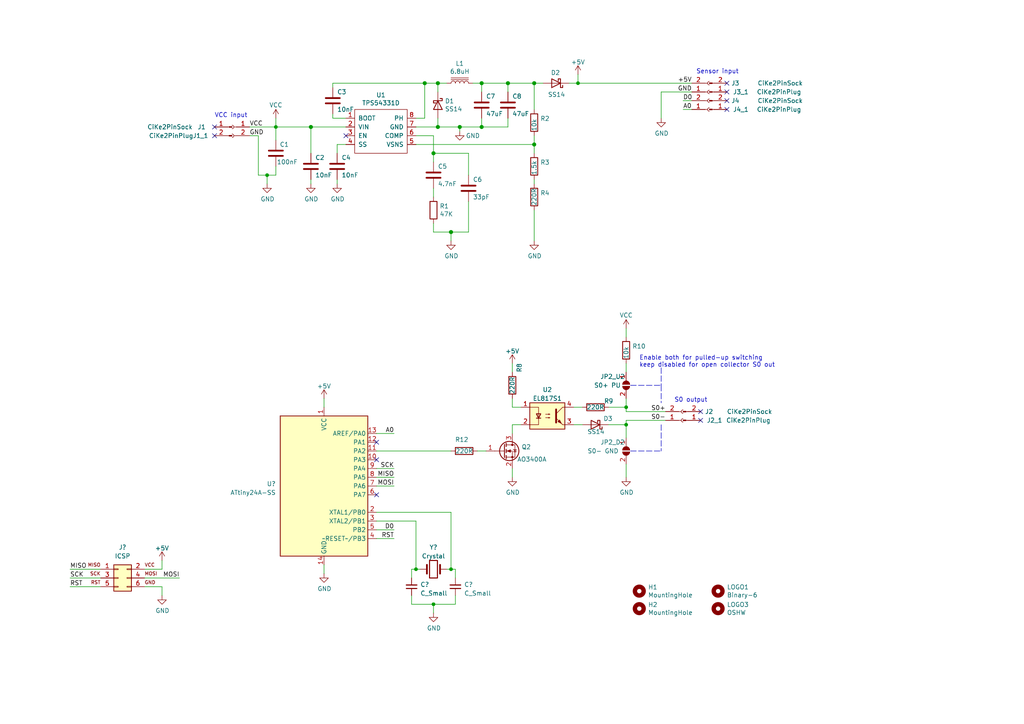
<source format=kicad_sch>
(kicad_sch (version 20210615) (generator eeschema)
  (paper "A4")
  (title_block (title "LasS0") (date "2021-06-03") (rev "v0.1"))
  (lib_symbols
    (symbol "Connector:Conn_01x02_Female" (pin_names (offset 1.016) hide)
      (property "Reference" "J" (at 0 2.54 0))
      (property "Value" "Conn_01x02_Female" (at 0 -5.08 0))
      (symbol "Conn_01x02_Female_1_1"
        (arc (start 0 -2.032) (end 0 -3.048) (radius (at 0 -2.54) (length 0.508) (angles 90.1 -90.1)) (stroke (width 0.1524)))
        (arc (start 0 0.508) (end 0 -0.508) (radius (at 0 0) (length 0.508) (angles 90.1 -90.1)) (stroke (width 0.1524)))
        (polyline (pts (xy -1.27 -2.54) (xy -0.508 -2.54)) (stroke (width 0.1524)))
        (polyline (pts (xy -1.27 0) (xy -0.508 0)) (stroke (width 0.1524)))
        (pin passive line (at -5.08 0 0) (length 3.81) (name "Pin_1") (number "1"))
        (pin passive line (at -5.08 -2.54 0) (length 3.81) (name "Pin_2") (number "2"))
      )
    )
    (symbol "Connector:Conn_01x02_Male" (pin_names (offset 1.016) hide)
      (property "Reference" "J" (at 0 2.54 0))
      (property "Value" "Conn_01x02_Male" (at 0 -5.08 0))
      (symbol "Conn_01x02_Male_1_1"
        (rectangle (start 0.8636 -2.413) (end 0 -2.667) (stroke (width 0.1524)) (fill (type outline)))
        (rectangle (start 0.8636 0.127) (end 0 -0.127) (stroke (width 0.1524)) (fill (type outline)))
        (polyline (pts (xy 1.27 -2.54) (xy 0.8636 -2.54)) (stroke (width 0.1524)))
        (polyline (pts (xy 1.27 0) (xy 0.8636 0)) (stroke (width 0.1524)))
        (pin passive line (at 5.08 0 180) (length 3.81) (name "Pin_1") (number "1"))
        (pin passive line (at 5.08 -2.54 180) (length 3.81) (name "Pin_2") (number "2"))
      )
    )
    (symbol "Device:C" (pin_numbers hide) (pin_names (offset 0.254))
      (property "Reference" "C" (at 0.635 2.54 0))
      (property "Value" "C" (at 0.635 -2.54 0))
      (symbol "C_0_1"
        (polyline (pts (xy -2.032 -0.762) (xy 2.032 -0.762)) (stroke (width 0.508)))
        (polyline (pts (xy -2.032 0.762) (xy 2.032 0.762)) (stroke (width 0.508)))
      )
      (symbol "C_1_1"
        (pin passive line (at 0 3.81 270) (length 2.794) (name "~") (number "1"))
        (pin passive line (at 0 -3.81 90) (length 2.794) (name "~") (number "2"))
      )
    )
    (symbol "Device:C_Small" (pin_numbers hide) (pin_names (offset 0.254) hide)
      (property "Reference" "C" (at 0.254 1.778 0))
      (property "Value" "C_Small" (at 0.254 -2.032 0))
      (symbol "C_Small_0_1"
        (polyline (pts (xy -1.524 -0.508) (xy 1.524 -0.508)) (stroke (width 0.3302)))
        (polyline (pts (xy -1.524 0.508) (xy 1.524 0.508)) (stroke (width 0.3048)))
      )
      (symbol "C_Small_1_1"
        (pin passive line (at 0 2.54 270) (length 2.032) (name "~") (number "1"))
        (pin passive line (at 0 -2.54 90) (length 2.032) (name "~") (number "2"))
      )
    )
    (symbol "Device:Crystal" (pin_numbers hide) (pin_names (offset 1.016) hide)
      (property "Reference" "Y" (at 0 3.81 0))
      (property "Value" "Crystal" (at 0 -3.81 0))
      (symbol "Crystal_0_1"
        (rectangle (start -1.143 2.54) (end 1.143 -2.54) (stroke (width 0.3048)))
        (polyline (pts (xy -2.54 0) (xy -1.905 0)))
        (polyline (pts (xy -1.905 -1.27) (xy -1.905 1.27)) (stroke (width 0.508)))
        (polyline (pts (xy 1.905 -1.27) (xy 1.905 1.27)) (stroke (width 0.508)))
        (polyline (pts (xy 2.54 0) (xy 1.905 0)))
      )
      (symbol "Crystal_1_1"
        (pin passive line (at -3.81 0 0) (length 1.27) (name "1") (number "1"))
        (pin passive line (at 3.81 0 180) (length 1.27) (name "2") (number "2"))
      )
    )
    (symbol "Device:L_Iron" (pin_numbers hide) (pin_names (offset 1.016) hide)
      (property "Reference" "L" (at -1.27 0 90))
      (property "Value" "L_Iron" (at 2.794 0 90))
      (symbol "L_Iron_0_1"
        (arc (start 0 -2.54) (end 0 -1.27) (radius (at 0 -1.905) (length 0.635) (angles -89.9 89.9)))
        (arc (start 0 -1.27) (end 0 0) (radius (at 0 -0.635) (length 0.635) (angles -89.9 89.9)))
        (arc (start 0 0) (end 0 1.27) (radius (at 0 0.635) (length 0.635) (angles -89.9 89.9)))
        (arc (start 0 1.27) (end 0 2.54) (radius (at 0 1.905) (length 0.635) (angles -89.9 89.9)))
        (polyline (pts (xy 1.016 2.54) (xy 1.016 -2.54)))
        (polyline (pts (xy 1.524 -2.54) (xy 1.524 2.54)))
      )
      (symbol "L_Iron_1_1"
        (pin passive line (at 0 3.81 270) (length 1.27) (name "1") (number "1"))
        (pin passive line (at 0 -3.81 90) (length 1.27) (name "2") (number "2"))
      )
    )
    (symbol "Device:R" (pin_numbers hide) (pin_names (offset 0))
      (property "Reference" "R" (at 2.032 0 90))
      (property "Value" "R" (at 0 0 90))
      (symbol "R_0_1"
        (rectangle (start -1.016 -2.54) (end 1.016 2.54) (stroke (width 0.254)))
      )
      (symbol "R_1_1"
        (pin passive line (at 0 3.81 270) (length 1.27) (name "~") (number "1"))
        (pin passive line (at 0 -3.81 90) (length 1.27) (name "~") (number "2"))
      )
    )
    (symbol "Isolator:LTV-817S" (pin_names (offset 1.016))
      (property "Reference" "U" (at -3.81 5.08 0))
      (property "Value" "LTV-817S" (at 0 -5.08 0))
      (symbol "LTV-817S_1_1"
        (rectangle (start -5.08 3.81) (end 5.08 -3.81) (stroke (width 0.254)) (fill (type background)))
        (polyline (pts (xy -3.175 -0.635) (xy -1.905 -0.635)) (stroke (width 0.254)))
        (polyline (pts (xy 2.54 0.635) (xy 4.445 2.54)))
        (polyline (pts (xy 4.445 -2.54) (xy 5.08 -2.54)))
        (polyline (pts (xy 4.445 2.54) (xy 5.08 2.54)))
        (polyline (pts (xy -5.08 2.54) (xy -2.54 2.54) (xy -2.54 -0.762)))
        (polyline (pts (xy -2.54 -0.635) (xy -2.54 -2.54) (xy -5.08 -2.54)))
        (polyline (pts (xy 2.54 1.905) (xy 2.54 -1.905) (xy 2.54 -1.905)) (stroke (width 0.508)))
        (polyline (pts (xy -2.54 -0.635) (xy -3.175 0.635) (xy -1.905 0.635) (xy -2.54 -0.635)) (stroke (width 0.254)))
        (polyline (pts (xy -0.508 -0.508) (xy 0.762 -0.508) (xy 0.381 -0.635) (xy 0.381 -0.381) (xy 0.762 -0.508)))
        (polyline (pts (xy -0.508 0.508) (xy 0.762 0.508) (xy 0.381 0.381) (xy 0.381 0.635) (xy 0.762 0.508)))
        (polyline (pts (xy 4.445 -2.54) (xy 2.54 -0.635)) (fill (type outline)))
        (polyline (pts (xy 3.048 -1.651) (xy 3.556 -1.143) (xy 4.064 -2.159) (xy 3.048 -1.651) (xy 3.048 -1.651)) (fill (type outline)))
        (pin passive line (at -7.62 2.54 0) (length 2.54) (name "~") (number "1"))
        (pin passive line (at -7.62 -2.54 0) (length 2.54) (name "~") (number "2"))
        (pin passive line (at 7.62 -2.54 180) (length 2.54) (name "~") (number "3"))
        (pin passive line (at 7.62 2.54 180) (length 2.54) (name "~") (number "4"))
      )
    )
    (symbol "Jumper:SolderJumper_2_Open" (pin_names (offset 0) hide)
      (property "Reference" "JP" (at 0 2.032 0))
      (property "Value" "SolderJumper_2_Open" (at 0 -2.54 0))
      (symbol "SolderJumper_2_Open_0_1"
        (arc (start -0.254 1.016) (end -0.254 -1.016) (radius (at -0.254 0) (length 1.016) (angles 90.1 -90.1)))
        (arc (start 0.254 -1.016) (end 0.254 1.016) (radius (at 0.254 0) (length 1.016) (angles -89.9 89.9)))
        (arc (start -0.254 1.016) (end -0.254 -1.016) (radius (at -0.254 0) (length 1.016) (angles 90.1 -90.1)) (fill (type outline)))
        (arc (start 0.254 -1.016) (end 0.254 1.016) (radius (at 0.254 0) (length 1.016) (angles -89.9 89.9)) (fill (type outline)))
        (polyline (pts (xy -0.254 1.016) (xy -0.254 -1.016)))
        (polyline (pts (xy 0.254 1.016) (xy 0.254 -1.016)))
      )
      (symbol "SolderJumper_2_Open_1_1"
        (pin passive line (at -3.81 0 0) (length 2.54) (name "A") (number "1"))
        (pin passive line (at 3.81 0 180) (length 2.54) (name "B") (number "2"))
      )
    )
    (symbol "MCU_Microchip_ATtiny:ATtiny24A-SS"
      (property "Reference" "U" (at -12.7 21.59 0))
      (property "Value" "ATtiny24A-SS" (at 2.54 -21.59 0))
      (symbol "ATtiny24A-SS_0_1"
        (rectangle (start -12.7 -20.32) (end 12.7 20.32) (stroke (width 0.254)) (fill (type background)))
      )
      (symbol "ATtiny24A-SS_1_1"
        (pin power_in line (at 0 22.86 270) (length 2.54) (name "VCC") (number "1"))
        (pin bidirectional line (at 15.24 7.62 180) (length 2.54) (name "PA3") (number "10"))
        (pin bidirectional line (at 15.24 10.16 180) (length 2.54) (name "PA2") (number "11"))
        (pin bidirectional line (at 15.24 12.7 180) (length 2.54) (name "PA1") (number "12"))
        (pin bidirectional line (at 15.24 15.24 180) (length 2.54) (name "AREF/PA0") (number "13"))
        (pin power_in line (at 0 -22.86 90) (length 2.54) (name "GND") (number "14"))
        (pin bidirectional line (at 15.24 -7.62 180) (length 2.54) (name "XTAL1/PB0") (number "2"))
        (pin bidirectional line (at 15.24 -10.16 180) (length 2.54) (name "XTAL2/PB1") (number "3"))
        (pin bidirectional line (at 15.24 -15.24 180) (length 2.54) (name "~RESET~/PB3") (number "4"))
        (pin bidirectional line (at 15.24 -12.7 180) (length 2.54) (name "PB2") (number "5"))
        (pin bidirectional line (at 15.24 -2.54 180) (length 2.54) (name "PA7") (number "6"))
        (pin bidirectional line (at 15.24 0 180) (length 2.54) (name "PA6") (number "7"))
        (pin bidirectional line (at 15.24 2.54 180) (length 2.54) (name "PA5") (number "8"))
        (pin bidirectional line (at 15.24 5.08 180) (length 2.54) (name "PA4") (number "9"))
      )
    )
    (symbol "Mechanical:MountingHole" (pin_names (offset 1.016))
      (property "Reference" "H" (at 0 5.08 0))
      (property "Value" "MountingHole" (at 0 3.175 0))
      (symbol "MountingHole_0_1"
        (circle (center 0 0) (radius 1.27) (stroke (width 1.27)))
      )
    )
    (symbol "MeineBib:ICSP" (pin_names (offset 1.016) hide)
      (property "Reference" "J" (at 1.27 5.08 0))
      (property "Value" "ICSP" (at 1.27 -5.08 0))
      (symbol "ICSP_0_0"
        (text "GND" (at 7.62 -1.27 0) (effects (font (size 0.9906 0.9906)) (justify left)))
        (text "MISO" (at -5.08 3.81 0) (effects (font (size 0.9906 0.9906)) (justify right)))
        (text "MOSI" (at 7.62 1.27 0) (effects (font (size 0.9906 0.9906)) (justify left)))
        (text "RST" (at -5.08 -1.27 0) (effects (font (size 0.9906 0.9906)) (justify right)))
        (text "SCK" (at -5.08 1.27 0) (effects (font (size 0.9906 0.9906)) (justify right)))
        (text "VCC" (at 7.62 3.81 0) (effects (font (size 0.9906 0.9906)) (justify left)))
      )
      (symbol "ICSP_1_1"
        (rectangle (start -1.27 -2.413) (end 0 -2.667) (stroke (width 0.1524)))
        (rectangle (start -1.27 0.127) (end 0 -0.127) (stroke (width 0.1524)))
        (rectangle (start -1.27 2.667) (end 0 2.413) (stroke (width 0.1524)))
        (rectangle (start 3.81 -2.413) (end 2.54 -2.667) (stroke (width 0.1524)))
        (rectangle (start 3.81 0.127) (end 2.54 -0.127) (stroke (width 0.1524)))
        (rectangle (start 3.81 2.667) (end 2.54 2.413) (stroke (width 0.1524)))
        (rectangle (start -1.27 3.81) (end 3.81 -3.81) (stroke (width 0.254)) (fill (type background)))
        (pin passive line (at -5.08 2.54 0) (length 3.81) (name "MISO") (number "1"))
        (pin passive line (at 7.62 2.54 180) (length 3.81) (name "VCC") (number "2"))
        (pin passive line (at -5.08 0 0) (length 3.81) (name "SCK") (number "3"))
        (pin passive line (at 7.62 0 180) (length 3.81) (name "MOSI") (number "4"))
        (pin passive line (at -5.08 -2.54 0) (length 3.81) (name "RST") (number "5"))
        (pin passive line (at 7.62 -2.54 180) (length 3.81) (name "GND") (number "6"))
      )
    )
    (symbol "MeineBibli:SS14" (pin_numbers hide) (pin_names (offset 1.016) hide)
      (property "Reference" "D" (at 0 2.54 0))
      (property "Value" "SS14" (at 0 -2.54 0))
      (symbol "SS14_0_1"
        (polyline (pts (xy 1.27 0) (xy -1.27 0)))
        (polyline (pts (xy 1.27 1.27) (xy 1.27 -1.27) (xy -1.27 0) (xy 1.27 1.27)) (stroke (width 0.254)))
        (polyline (pts (xy -1.905 0.635) (xy -1.905 1.27) (xy -1.27 1.27) (xy -1.27 -1.27) (xy -0.635 -1.27) (xy -0.635 -0.635)) (stroke (width 0.254)))
      )
      (symbol "SS14_1_1"
        (pin passive line (at -3.81 0 0) (length 2.54) (name "K") (number "1"))
        (pin passive line (at 3.81 0 180) (length 2.54) (name "A") (number "2"))
      )
    )
    (symbol "MeineBibli:TPS54331D" (pin_names (offset 1.016))
      (property "Reference" "U" (at 0 10.16 0))
      (property "Value" "TPS54331D" (at 0 7.62 0))
      (property "LCSC" "C9865" (at 0 0 0))
      (symbol "TPS54331D_0_0"
        (pin input line (at -10.16 3.81 0) (length 2.54) (name "BOOT") (number "1"))
        (pin passive line (at -10.16 1.27 0) (length 2.54) (name "VIN") (number "2"))
        (pin input line (at -10.16 -1.27 0) (length 2.54) (name "EN") (number "3"))
        (pin input line (at -10.16 -3.81 0) (length 2.54) (name "SS") (number "4"))
        (pin input line (at 10.16 -3.81 180) (length 2.54) (name "VSNS") (number "5"))
        (pin input line (at 10.16 -1.27 180) (length 2.54) (name "COMP") (number "6"))
        (pin passive line (at 10.16 1.27 180) (length 2.54) (name "GND") (number "7"))
        (pin output line (at 10.16 3.81 180) (length 2.54) (name "PH") (number "8"))
      )
      (symbol "TPS54331D_0_1"
        (rectangle (start -7.62 6.35) (end 7.62 -6.35))
      )
    )
    (symbol "Transistor_FET:AO3400A" (pin_names hide)
      (property "Reference" "Q" (at 5.08 1.905 0))
      (property "Value" "AO3400A" (at 5.08 0 0))
      (symbol "AO3400A_0_1"
        (circle (center 1.651 0) (radius 2.794) (stroke (width 0.254)))
        (circle (center 2.54 -1.778) (radius 0.254) (fill (type outline)))
        (circle (center 2.54 1.778) (radius 0.254) (fill (type outline)))
        (polyline (pts (xy 0.254 0) (xy -2.54 0)))
        (polyline (pts (xy 0.254 1.905) (xy 0.254 -1.905)) (stroke (width 0.254)))
        (polyline (pts (xy 0.762 -1.27) (xy 0.762 -2.286)) (stroke (width 0.254)))
        (polyline (pts (xy 0.762 0.508) (xy 0.762 -0.508)) (stroke (width 0.254)))
        (polyline (pts (xy 0.762 2.286) (xy 0.762 1.27)) (stroke (width 0.254)))
        (polyline (pts (xy 2.54 2.54) (xy 2.54 1.778)))
        (polyline (pts (xy 2.54 -2.54) (xy 2.54 0) (xy 0.762 0)))
        (polyline (pts (xy 0.762 -1.778) (xy 3.302 -1.778) (xy 3.302 1.778) (xy 0.762 1.778)))
        (polyline (pts (xy 2.794 0.508) (xy 2.921 0.381) (xy 3.683 0.381) (xy 3.81 0.254)))
        (polyline (pts (xy 3.302 0.381) (xy 2.921 -0.254) (xy 3.683 -0.254) (xy 3.302 0.381)))
        (polyline (pts (xy 1.016 0) (xy 2.032 0.381) (xy 2.032 -0.381) (xy 1.016 0)) (fill (type outline)))
      )
      (symbol "AO3400A_1_1"
        (pin input line (at -5.08 0 0) (length 2.54) (name "G") (number "1"))
        (pin passive line (at 2.54 -5.08 90) (length 2.54) (name "S") (number "2"))
        (pin passive line (at 2.54 5.08 270) (length 2.54) (name "D") (number "3"))
      )
    )
    (symbol "power:+5V" (power) (pin_names (offset 0))
      (property "Value" "+5V" (at 0 3.556 0))
      (symbol "+5V_0_1"
        (polyline (pts (xy -0.762 1.27) (xy 0 2.54)))
        (polyline (pts (xy 0 0) (xy 0 2.54)))
        (polyline (pts (xy 0 2.54) (xy 0.762 1.27)))
      )
      (symbol "+5V_1_1"
        (pin power_in line (at 0 0 90) (length 0) hide (name "+5V") (number "1"))
      )
    )
    (symbol "power:GND" (power) (pin_names (offset 0))
      (property "Value" "GND" (at 0 -3.81 0))
      (symbol "GND_0_1"
        (polyline (pts (xy 0 0) (xy 0 -1.27) (xy 1.27 -1.27) (xy 0 -2.54) (xy -1.27 -1.27) (xy 0 -1.27)))
      )
      (symbol "GND_1_1"
        (pin power_in line (at 0 0 270) (length 0) hide (name "GND") (number "1"))
      )
    )
    (symbol "power:VCC" (power) (pin_names (offset 0))
      (property "Value" "VCC" (at 0 3.81 0))
      (symbol "VCC_0_1"
        (polyline (pts (xy -0.762 1.27) (xy 0 2.54)))
        (polyline (pts (xy 0 0) (xy 0 2.54)))
        (polyline (pts (xy 0 2.54) (xy 0.762 1.27)))
      )
      (symbol "VCC_1_1"
        (pin power_in line (at 0 0 90) (length 0) hide (name "VCC") (number "1"))
      )
    )
  )
  (junction (at 77.47 50.8) (diameter 0.9144))
  (junction (at 80.01 36.83) (diameter 0.9144))
  (junction (at 90.17 36.83) (diameter 1.016))
  (junction (at 120.65 165.1) (diameter 0.9144))
  (junction (at 123.19 24.13) (diameter 1.016))
  (junction (at 125.73 44.45) (diameter 1.016))
  (junction (at 125.73 175.26) (diameter 0.9144))
  (junction (at 127 24.13) (diameter 1.016))
  (junction (at 127 36.83) (diameter 1.016))
  (junction (at 130.81 67.31) (diameter 1.016))
  (junction (at 130.81 165.1) (diameter 0.9144))
  (junction (at 133.35 36.83) (diameter 1.016))
  (junction (at 139.7 24.13) (diameter 1.016))
  (junction (at 139.7 36.83) (diameter 1.016))
  (junction (at 147.32 24.13) (diameter 1.016))
  (junction (at 154.94 24.13) (diameter 1.016))
  (junction (at 154.94 41.91) (diameter 1.016))
  (junction (at 167.64 24.13) (diameter 0.9144))
  (junction (at 181.61 118.11) (diameter 0.9144))
  (junction (at 181.61 123.19) (diameter 0.9144))
  (no_connect (at 62.23 36.83))
  (no_connect (at 62.23 39.37))
  (no_connect (at 100.33 39.37))
  (no_connect (at 109.22 128.27))
  (no_connect (at 109.22 133.35))
  (no_connect (at 109.22 143.51))
  (no_connect (at 203.2 119.38))
  (no_connect (at 203.2 121.92))
  (no_connect (at 210.82 24.13))
  (no_connect (at 210.82 26.67))
  (no_connect (at 210.82 29.21))
  (no_connect (at 210.82 31.75))
  (wire (pts (xy 20.32 165.1) (xy 29.21 165.1)))
  (wire (pts (xy 20.32 167.64) (xy 29.21 167.64)))
  (wire (pts (xy 20.32 170.18) (xy 29.21 170.18)))
  (wire (pts (xy 41.91 165.1) (xy 46.99 165.1)))
  (wire (pts (xy 41.91 167.64) (xy 52.07 167.64)))
  (wire (pts (xy 41.91 170.18) (xy 46.99 170.18)))
  (wire (pts (xy 46.99 165.1) (xy 46.99 162.56)))
  (wire (pts (xy 46.99 170.18) (xy 46.99 172.72)))
  (wire (pts (xy 72.39 36.83) (xy 80.01 36.83)))
  (wire (pts (xy 72.39 39.37) (xy 74.93 39.37)))
  (wire (pts (xy 74.93 39.37) (xy 74.93 50.8)))
  (wire (pts (xy 77.47 50.8) (xy 74.93 50.8)))
  (wire (pts (xy 77.47 50.8) (xy 80.01 50.8)))
  (wire (pts (xy 77.47 53.34) (xy 77.47 50.8)))
  (wire (pts (xy 80.01 34.29) (xy 80.01 36.83)))
  (wire (pts (xy 80.01 36.83) (xy 80.01 40.64)))
  (wire (pts (xy 80.01 36.83) (xy 90.17 36.83)))
  (wire (pts (xy 80.01 48.26) (xy 80.01 50.8)))
  (wire (pts (xy 90.17 36.83) (xy 90.17 44.45)))
  (wire (pts (xy 90.17 52.07) (xy 90.17 53.34)))
  (wire (pts (xy 93.98 115.57) (xy 93.98 118.11)))
  (wire (pts (xy 93.98 163.83) (xy 93.98 166.37)))
  (wire (pts (xy 96.52 24.13) (xy 96.52 25.4)))
  (wire (pts (xy 96.52 24.13) (xy 123.19 24.13)))
  (wire (pts (xy 96.52 34.29) (xy 96.52 33.02)))
  (wire (pts (xy 97.79 41.91) (xy 97.79 44.45)))
  (wire (pts (xy 97.79 52.07) (xy 97.79 53.34)))
  (wire (pts (xy 100.33 34.29) (xy 96.52 34.29)))
  (wire (pts (xy 100.33 36.83) (xy 90.17 36.83)))
  (wire (pts (xy 100.33 41.91) (xy 97.79 41.91)))
  (wire (pts (xy 109.22 125.73) (xy 114.3 125.73)))
  (wire (pts (xy 109.22 130.81) (xy 130.81 130.81)))
  (wire (pts (xy 109.22 135.89) (xy 114.3 135.89)))
  (wire (pts (xy 109.22 138.43) (xy 114.3 138.43)))
  (wire (pts (xy 109.22 140.97) (xy 114.3 140.97)))
  (wire (pts (xy 109.22 148.59) (xy 130.81 148.59)))
  (wire (pts (xy 109.22 151.13) (xy 120.65 151.13)))
  (wire (pts (xy 109.22 153.67) (xy 114.3 153.67)))
  (wire (pts (xy 109.22 156.21) (xy 114.3 156.21)))
  (wire (pts (xy 119.38 165.1) (xy 120.65 165.1)))
  (wire (pts (xy 119.38 167.64) (xy 119.38 165.1)))
  (wire (pts (xy 119.38 172.72) (xy 119.38 175.26)))
  (wire (pts (xy 119.38 175.26) (xy 125.73 175.26)))
  (wire (pts (xy 120.65 34.29) (xy 123.19 34.29)))
  (wire (pts (xy 120.65 36.83) (xy 127 36.83)))
  (wire (pts (xy 120.65 39.37) (xy 125.73 39.37)))
  (wire (pts (xy 120.65 41.91) (xy 154.94 41.91)))
  (wire (pts (xy 120.65 151.13) (xy 120.65 165.1)))
  (wire (pts (xy 120.65 165.1) (xy 121.92 165.1)))
  (wire (pts (xy 123.19 24.13) (xy 123.19 34.29)))
  (wire (pts (xy 125.73 39.37) (xy 125.73 44.45)))
  (wire (pts (xy 125.73 44.45) (xy 125.73 46.99)))
  (wire (pts (xy 125.73 44.45) (xy 135.89 44.45)))
  (wire (pts (xy 125.73 54.61) (xy 125.73 57.15)))
  (wire (pts (xy 125.73 64.77) (xy 125.73 67.31)))
  (wire (pts (xy 125.73 67.31) (xy 130.81 67.31)))
  (wire (pts (xy 125.73 175.26) (xy 125.73 177.8)))
  (wire (pts (xy 125.73 175.26) (xy 132.08 175.26)))
  (wire (pts (xy 127 24.13) (xy 123.19 24.13)))
  (wire (pts (xy 127 24.13) (xy 127 26.67)))
  (wire (pts (xy 127 24.13) (xy 129.54 24.13)))
  (wire (pts (xy 127 36.83) (xy 127 34.29)))
  (wire (pts (xy 127 36.83) (xy 133.35 36.83)))
  (wire (pts (xy 129.54 165.1) (xy 130.81 165.1)))
  (wire (pts (xy 130.81 67.31) (xy 135.89 67.31)))
  (wire (pts (xy 130.81 69.85) (xy 130.81 67.31)))
  (wire (pts (xy 130.81 148.59) (xy 130.81 165.1)))
  (wire (pts (xy 130.81 165.1) (xy 132.08 165.1)))
  (wire (pts (xy 132.08 165.1) (xy 132.08 167.64)))
  (wire (pts (xy 132.08 175.26) (xy 132.08 172.72)))
  (wire (pts (xy 133.35 36.83) (xy 139.7 36.83)))
  (wire (pts (xy 133.35 38.1) (xy 133.35 36.83)))
  (wire (pts (xy 135.89 44.45) (xy 135.89 50.8)))
  (wire (pts (xy 135.89 67.31) (xy 135.89 58.42)))
  (wire (pts (xy 137.16 24.13) (xy 139.7 24.13)))
  (wire (pts (xy 138.43 130.81) (xy 140.97 130.81)))
  (wire (pts (xy 139.7 24.13) (xy 139.7 26.67)))
  (wire (pts (xy 139.7 24.13) (xy 147.32 24.13)))
  (wire (pts (xy 139.7 36.83) (xy 139.7 34.29)))
  (wire (pts (xy 147.32 24.13) (xy 147.32 26.67)))
  (wire (pts (xy 147.32 24.13) (xy 154.94 24.13)))
  (wire (pts (xy 147.32 34.29) (xy 147.32 36.83)))
  (wire (pts (xy 147.32 36.83) (xy 139.7 36.83)))
  (wire (pts (xy 148.59 105.41) (xy 148.59 107.95)))
  (wire (pts (xy 148.59 115.57) (xy 148.59 118.11)))
  (wire (pts (xy 148.59 118.11) (xy 151.13 118.11)))
  (wire (pts (xy 148.59 123.19) (xy 151.13 123.19)))
  (wire (pts (xy 148.59 125.73) (xy 148.59 123.19)))
  (wire (pts (xy 148.59 135.89) (xy 148.59 138.43)))
  (wire (pts (xy 154.94 24.13) (xy 157.48 24.13)))
  (wire (pts (xy 154.94 31.75) (xy 154.94 24.13)))
  (wire (pts (xy 154.94 41.91) (xy 154.94 39.37)))
  (wire (pts (xy 154.94 44.45) (xy 154.94 41.91)))
  (wire (pts (xy 154.94 52.07) (xy 154.94 53.34)))
  (wire (pts (xy 154.94 60.96) (xy 154.94 69.85)))
  (wire (pts (xy 165.1 24.13) (xy 167.64 24.13)))
  (wire (pts (xy 166.37 118.11) (xy 168.91 118.11)))
  (wire (pts (xy 166.37 123.19) (xy 168.91 123.19)))
  (wire (pts (xy 167.64 21.59) (xy 167.64 24.13)))
  (wire (pts (xy 167.64 24.13) (xy 200.66 24.13)))
  (wire (pts (xy 176.53 118.11) (xy 181.61 118.11)))
  (wire (pts (xy 181.61 95.25) (xy 181.61 97.79)))
  (wire (pts (xy 181.61 105.41) (xy 181.61 107.95)))
  (wire (pts (xy 181.61 115.57) (xy 181.61 118.11)))
  (wire (pts (xy 181.61 118.11) (xy 181.61 119.38)))
  (wire (pts (xy 181.61 119.38) (xy 193.04 119.38)))
  (wire (pts (xy 181.61 121.92) (xy 181.61 123.19)))
  (wire (pts (xy 181.61 123.19) (xy 176.53 123.19)))
  (wire (pts (xy 181.61 123.19) (xy 181.61 127)))
  (wire (pts (xy 181.61 134.62) (xy 181.61 138.43)))
  (wire (pts (xy 191.77 26.67) (xy 191.77 34.29)))
  (wire (pts (xy 193.04 121.92) (xy 181.61 121.92)))
  (wire (pts (xy 198.12 29.21) (xy 200.66 29.21)))
  (wire (pts (xy 198.12 31.75) (xy 200.66 31.75)))
  (wire (pts (xy 200.66 26.67) (xy 191.77 26.67)))
  (polyline (pts (xy 182.88 111.76) (xy 191.77 111.76)) (stroke (width 0) (type dash)))
  (polyline (pts (xy 182.88 130.81) (xy 191.77 130.81)) (stroke (width 0) (type dash)))
  (polyline (pts (xy 191.77 106.68) (xy 191.77 111.76)) (stroke (width 0) (type dash)))
  (polyline (pts (xy 191.77 111.76) (xy 191.77 116.84)) (stroke (width 0) (type dash)))
  (polyline (pts (xy 191.77 123.19) (xy 191.77 130.81)) (stroke (width 0) (type dash)))
  (text "VCC input" (at 62.23 34.29 0) (effects (font (size 1.27 1.27)) (justify left bottom)))
  (text "Enable both for pulled-up switching\nkeep disabled for open collector S0 out" (at 185.42 106.68 0) (effects (font (size 1.27 1.27)) (justify left bottom)))
  (text "S0 output" (at 195.58 116.84 0) (effects (font (size 1.27 1.27)) (justify left bottom)))
  (text "Sensor input" (at 201.93 21.59 0) (effects (font (size 1.27 1.27)) (justify left bottom)))
  (label "MISO" (at 20.32 165.1 0))
  (label "SCK" (at 20.32 167.64 0))
  (label "RST" (at 20.32 170.18 0))
  (label "MOSI" (at 52.07 167.64 180))
  (label "VCC" (at 72.39 36.83 0))
  (label "GND" (at 72.39 39.37 0))
  (label "A0" (at 114.3 125.73 180))
  (label "SCK" (at 114.3 135.89 180))
  (label "MISO" (at 114.3 138.43 180))
  (label "MOSI" (at 114.3 140.97 180))
  (label "D0" (at 114.3 153.67 180))
  (label "RST" (at 114.3 156.21 180))
  (label "S0+" (at 193.04 119.38 180))
  (label "S0-" (at 193.04 121.92 180))
  (label "D0" (at 198.12 29.21 0))
  (label "A0" (at 198.12 31.75 0))
  (label "+5V" (at 200.66 24.13 180))
  (label "GND" (at 200.66 26.67 180))
  (symbol (lib_id "power:+5V") (at 46.99 162.56 0) (unit 1)
    (property "Reference" "#PWR?" (effects hide))
    (property "Value" "+5V" (at 46.99 159.004 0))
  )
  (symbol (lib_id "power:VCC") (at 80.01 34.29 0) (unit 1)
    (property "Reference" "#PWR02" (effects hide))
    (property "Value" "VCC" (at 80.01 30.48 0))
  )
  (symbol (lib_id "power:+5V") (at 93.98 115.57 0) (unit 1)
    (property "Reference" "#PWR?" (effects hide))
    (property "Value" "+5V" (at 93.98 112.014 0))
  )
  (symbol (lib_id "power:+5V") (at 148.59 105.41 0) (unit 1)
    (property "Reference" "#PWR011" (effects hide))
    (property "Value" "+5V" (at 148.59 101.854 0))
  )
  (symbol (lib_id "power:+5V") (at 167.64 21.59 0) (unit 1)
    (property "Reference" "#PWR08" (effects hide))
    (property "Value" "+5V" (at 167.64 18.034 0))
  )
  (symbol (lib_id "power:VCC") (at 181.61 95.25 0) (unit 1)
    (property "Reference" "#PWR013" (effects hide))
    (property "Value" "VCC" (at 181.61 91.44 0))
  )
  (symbol (lib_id "power:GND") (at 46.99 172.72 0) (unit 1)
    (property "Reference" "#PWR?" (effects hide))
    (property "Value" "GND" (at 47.117 177.1142 0))
  )
  (symbol (lib_id "power:GND") (at 77.47 53.34 0) (unit 1)
    (property "Reference" "#PWR01" (effects hide))
    (property "Value" "GND" (at 77.597 57.7342 0))
  )
  (symbol (lib_id "power:GND") (at 90.17 53.34 0) (unit 1)
    (property "Reference" "#PWR03" (effects hide))
    (property "Value" "GND" (at 90.297 57.7342 0))
  )
  (symbol (lib_id "power:GND") (at 93.98 166.37 0) (unit 1)
    (property "Reference" "#PWR?" (effects hide))
    (property "Value" "GND" (at 94.107 170.7642 0))
  )
  (symbol (lib_id "power:GND") (at 97.79 53.34 0) (unit 1)
    (property "Reference" "#PWR04" (effects hide))
    (property "Value" "GND" (at 97.917 57.7342 0))
  )
  (symbol (lib_id "power:GND") (at 125.73 177.8 0) (unit 1)
    (property "Reference" "#PWR?" (effects hide))
    (property "Value" "GND" (at 125.857 182.1942 0))
  )
  (symbol (lib_id "power:GND") (at 130.81 69.85 0) (unit 1)
    (property "Reference" "#PWR05" (effects hide))
    (property "Value" "GND" (at 130.937 74.2442 0))
  )
  (symbol (lib_id "power:GND") (at 133.35 38.1 0) (unit 1)
    (property "Reference" "#PWR06" (effects hide))
    (property "Value" "GND" (at 137.16 39.37 0))
  )
  (symbol (lib_id "power:GND") (at 148.59 138.43 0) (unit 1)
    (property "Reference" "#PWR012" (effects hide))
    (property "Value" "GND" (at 148.717 142.8242 0))
  )
  (symbol (lib_id "power:GND") (at 154.94 69.85 0) (unit 1)
    (property "Reference" "#PWR07" (effects hide))
    (property "Value" "GND" (at 155.067 74.2442 0))
  )
  (symbol (lib_id "power:GND") (at 181.61 138.43 0) (unit 1)
    (property "Reference" "#PWR014" (effects hide))
    (property "Value" "GND" (at 181.737 142.8242 0))
  )
  (symbol (lib_id "power:GND") (at 191.77 34.29 0) (unit 1)
    (property "Reference" "#PWR015" (effects hide))
    (property "Value" "GND" (at 191.897 38.6842 0))
  )
  (symbol (lib_id "Mechanical:MountingHole") (at 185.42 171.45 0) (unit 1) (in_bom no)
    (property "Reference" "H1" (at 187.9601 170.3006 0) (effects (justify left)))
    (property "Value" "MountingHole" (at 187.9601 172.5993 0) (effects (justify left)))
    (property "Footprint" "MeineBib:EigenesMountingHole_2.7mm_M2.5" (effects hide))
  )
  (symbol (lib_id "Mechanical:MountingHole") (at 185.42 176.53 0) (unit 1) (in_bom no)
    (property "Reference" "H2" (at 187.9601 175.3806 0) (effects (justify left)))
    (property "Value" "MountingHole" (at 187.9601 177.6793 0) (effects (justify left)))
    (property "Footprint" "MeineBib:EigenesMountingHole_2.7mm_M2.5" (effects hide))
  )
  (symbol (lib_id "Mechanical:MountingHole") (at 208.28 171.45 0) (unit 1) (in_bom no)
    (property "Reference" "LOGO1" (at 210.82 170.2816 0) (effects (justify left)))
    (property "Value" "Binary-6" (at 210.82 172.593 0) (effects (justify left)))
    (property "Footprint" "MeineBib:Binary_6_v0.1" (effects hide))
  )
  (symbol (lib_id "Mechanical:MountingHole") (at 208.28 176.53 0) (unit 1) (in_bom no)
    (property "Reference" "LOGO3" (at 210.82 175.362 0) (effects (justify left)))
    (property "Value" "OSHW" (at 210.82 177.673 0) (effects (justify left)))
    (property "Footprint" "Symbol:OSHW-Symbol_6.7x6mm_SilkScreen" (effects hide))
  )
  (symbol (lib_id "Device:L_Iron") (at 133.35 24.13 270) (mirror x) (unit 1)
    (property "Reference" "L1" (at 133.35 18.415 90))
    (property "Value" "6.8uH" (at 133.35 20.7264 90))
    (property "Footprint" "MeineBib:Sunltech_SLO0630H" (effects hide))
    (property "Datasheet" "https://datasheet.lcsc.com/szlcsc/1811091611_Sunltech-Tech-SLO0630H6R8MTT_C207841.pdf" (effects hide))
    (property "LCSC" "C207841" (effects hide))
  )
  (symbol (lib_id "Jumper:SolderJumper_2_Open") (at 181.61 111.76 90) (mirror x) (unit 1) (in_bom no)
    (property "Reference" "JP2_U2" (at 177.673 109.22 90))
    (property "Value" "S0+ PU" (at 176.174 111.76 90))
    (property "Footprint" "Jumper:SolderJumper-2_P1.3mm_Open_TrianglePad1.0x1.5mm" (effects hide))
  )
  (symbol (lib_id "Jumper:SolderJumper_2_Open") (at 181.61 130.81 90) (mirror x) (unit 1) (in_bom no)
    (property "Reference" "JP2_D2" (at 177.673 128.27 90))
    (property "Value" "S0- GND" (at 174.904 130.81 90))
    (property "Footprint" "Jumper:SolderJumper-2_P1.3mm_Open_TrianglePad1.0x1.5mm" (effects hide))
  )
  (symbol (lib_id "Connector:Conn_01x02_Male") (at 67.31 36.83 0) (mirror y) (unit 1) (on_board no)
    (property "Reference" "J1_1" (at 55.88 39.37 0) (effects (justify right)))
    (property "Value" "CiKe2PinPlug" (at 43.18 39.37 0) (effects (justify right)))
    (property "LCSC" "C71370" (effects hide))
  )
  (symbol (lib_id "Connector:Conn_01x02_Male") (at 198.12 121.92 0) (mirror x) (unit 1) (on_board no)
    (property "Reference" "J2_1" (at 209.55 121.92 0) (effects (justify right)))
    (property "Value" "CiKe2PinPlug" (at 223.52 121.92 0) (effects (justify right)))
    (property "LCSC" "C71370" (effects hide))
  )
  (symbol (lib_id "Connector:Conn_01x02_Male") (at 205.74 26.67 0) (mirror x) (unit 1) (on_board no)
    (property "Reference" "J3_1" (at 217.17 26.67 0) (effects (justify right)))
    (property "Value" "CiKe2PinPlug" (at 232.41 26.67 0) (effects (justify right)))
    (property "LCSC" "C71370" (effects hide))
  )
  (symbol (lib_id "Connector:Conn_01x02_Male") (at 205.74 31.75 0) (mirror x) (unit 1) (on_board no)
    (property "Reference" "J4_1" (at 217.17 31.75 0) (effects (justify right)))
    (property "Value" "CiKe2PinPlug" (at 232.41 31.75 0) (effects (justify right)))
    (property "LCSC" "C71370" (effects hide))
  )
  (symbol (lib_id "Device:R") (at 125.73 60.96 0) (unit 1)
    (property "Reference" "R1" (at 127.508 59.7916 0) (effects (justify left)))
    (property "Value" "47K" (at 127.508 62.103 0) (effects (justify left)))
    (property "Footprint" "Resistor_SMD:R_0603_1608Metric" (effects hide))
    (property "LCSC" "C25819" (effects hide))
  )
  (symbol (lib_id "Device:R") (at 134.62 130.81 270) (unit 1)
    (property "Reference" "R12" (at 131.9784 127.508 90) (effects (justify left)))
    (property "Value" "220R" (at 132.08 130.81 90) (effects (justify left)))
    (property "Footprint" "Resistor_SMD:R_0603_1608Metric" (effects hide))
    (property "LCSC" "C22962" (effects hide))
  )
  (symbol (lib_id "Device:R") (at 148.59 111.76 180) (unit 1)
    (property "Reference" "R8" (at 150.622 105.3084 90) (effects (justify left)))
    (property "Value" "220R" (at 148.59 109.22 90) (effects (justify left)))
    (property "Footprint" "Resistor_SMD:R_0603_1608Metric" (effects hide))
    (property "LCSC" "C22962" (effects hide))
  )
  (symbol (lib_id "Device:R") (at 154.94 35.56 0) (unit 1)
    (property "Reference" "R2" (at 156.718 34.3916 0) (effects (justify left)))
    (property "Value" "10k" (at 154.94 38.1 90) (effects (justify left)))
    (property "Footprint" "Resistor_SMD:R_0603_1608Metric" (effects hide))
    (property "LCSC" "C25804" (effects hide))
  )
  (symbol (lib_id "Device:R") (at 154.94 48.26 0) (unit 1)
    (property "Reference" "R3" (at 156.718 47.0916 0) (effects (justify left)))
    (property "Value" "1.5k" (at 154.94 50.8 90) (effects (justify left)))
    (property "Footprint" "Resistor_SMD:R_0603_1608Metric" (effects hide))
    (property "LCSC" "C22843" (effects hide))
  )
  (symbol (lib_id "Device:R") (at 154.94 57.15 0) (unit 1)
    (property "Reference" "R4" (at 156.718 55.9816 0) (effects (justify left)))
    (property "Value" "220R" (at 154.94 59.69 90) (effects (justify left)))
    (property "Footprint" "Resistor_SMD:R_0603_1608Metric" (effects hide))
    (property "LCSC" "C22962" (effects hide))
  )
  (symbol (lib_id "Device:R") (at 172.72 118.11 90) (unit 1)
    (property "Reference" "R9" (at 177.9016 116.332 90) (effects (justify left)))
    (property "Value" "220R" (at 175.26 118.11 90) (effects (justify left)))
    (property "Footprint" "Resistor_SMD:R_0603_1608Metric" (effects hide))
    (property "LCSC" "C22962" (effects hide))
  )
  (symbol (lib_id "Device:R") (at 181.61 101.6 0) (unit 1)
    (property "Reference" "R10" (at 183.388 100.4316 0) (effects (justify left)))
    (property "Value" "10k" (at 181.61 104.14 90) (effects (justify left)))
    (property "Footprint" "Resistor_SMD:R_0603_1608Metric" (effects hide))
    (property "LCSC" "C25804" (effects hide))
  )
  (symbol (lib_id "Device:C_Small") (at 119.38 170.18 180) (unit 1)
    (property "Reference" "C?" (at 121.92 169.5449 0) (effects (justify right)))
    (property "Value" "C_Small" (at 121.92 172.0849 0) (effects (justify right)))
  )
  (symbol (lib_id "Device:C_Small") (at 132.08 170.18 180) (unit 1)
    (property "Reference" "C?" (at 134.62 169.5449 0) (effects (justify right)))
    (property "Value" "C_Small" (at 134.62 172.0849 0) (effects (justify right)))
  )
  (symbol (lib_id "Connector:Conn_01x02_Female") (at 67.31 36.83 0) (mirror y) (unit 1)
    (property "Reference" "J1" (at 59.69 36.83 0) (effects (justify left)))
    (property "Value" "CiKe2PinSock" (at 55.88 36.83 0) (effects (justify left)))
    (property "Footprint" "MeineBib:Cixi_Kefa_Elec_KF2EDGR-5.08-2P" (effects hide))
    (property "LCSC" "C8383" (effects hide))
  )
  (symbol (lib_id "Connector:Conn_01x02_Female") (at 198.12 121.92 0) (mirror x) (unit 1)
    (property "Reference" "J2" (at 204.47 119.38 0) (effects (justify left)))
    (property "Value" "CiKe2PinSock" (at 210.82 119.38 0) (effects (justify left)))
    (property "Footprint" "MeineBib:Cixi_Kefa_Elec_KF2EDGR-5.08-2P" (effects hide))
    (property "LCSC" "C8383" (effects hide))
  )
  (symbol (lib_id "Connector:Conn_01x02_Female") (at 205.74 26.67 0) (mirror x) (unit 1)
    (property "Reference" "J3" (at 212.09 24.13 0) (effects (justify left)))
    (property "Value" "CiKe2PinSock" (at 219.71 24.13 0) (effects (justify left)))
    (property "Footprint" "MeineBib:Cixi_Kefa_Elec_KF2EDGR-5.08-2P" (effects hide))
    (property "LCSC" "C8383" (effects hide))
  )
  (symbol (lib_id "Connector:Conn_01x02_Female") (at 205.74 31.75 0) (mirror x) (unit 1)
    (property "Reference" "J4" (at 212.09 29.21 0) (effects (justify left)))
    (property "Value" "CiKe2PinSock" (at 219.71 29.21 0) (effects (justify left)))
    (property "Footprint" "MeineBib:Cixi_Kefa_Elec_KF2EDGR-5.08-2P" (effects hide))
    (property "LCSC" "C8383" (effects hide))
  )
  (symbol (lib_id "MeineBibli:SS14") (at 127 30.48 270) (unit 1)
    (property "Reference" "D1" (at 129.032 29.3116 90) (effects (justify left)))
    (property "Value" "SS14" (at 129.032 31.623 90) (effects (justify left)))
    (property "Footprint" "Diode_SMD:D_SMA" (effects hide))
    (property "Datasheet" "https://datasheet.lcsc.com/szlcsc/1903051003_MDD-Jiangsu-Yutai-Elec-SS14_C2480.pdf" (effects hide))
    (property "LCSC" "C2480" (effects hide))
  )
  (symbol (lib_id "MeineBibli:SS14") (at 161.29 24.13 180) (unit 1)
    (property "Reference" "D2" (at 162.4584 21.082 0) (effects (justify left)))
    (property "Value" "SS14" (at 163.957 27.432 0) (effects (justify left)))
    (property "Footprint" "Diode_SMD:D_SMA" (effects hide))
    (property "Datasheet" "https://datasheet.lcsc.com/szlcsc/1903051003_MDD-Jiangsu-Yutai-Elec-SS14_C2480.pdf" (effects hide))
    (property "LCSC" "C2480" (effects hide))
  )
  (symbol (lib_id "MeineBibli:SS14") (at 172.72 123.19 180) (unit 1)
    (property "Reference" "D3" (at 177.6984 121.412 0) (effects (justify left)))
    (property "Value" "SS14" (at 175.387 125.222 0) (effects (justify left)))
    (property "Footprint" "Diode_SMD:D_SMA" (effects hide))
    (property "Datasheet" "https://datasheet.lcsc.com/szlcsc/1903051003_MDD-Jiangsu-Yutai-Elec-SS14_C2480.pdf" (effects hide))
    (property "LCSC" "C2480" (effects hide))
  )
  (symbol (lib_id "Device:C") (at 80.01 44.45 180) (unit 1)
    (property "Reference" "C1" (at 83.82 41.91 0) (effects (justify left)))
    (property "Value" "100nF" (at 86.36 46.99 0) (effects (justify left)))
    (property "Footprint" "Capacitor_SMD:C_0603_1608Metric" (effects hide))
    (property "LCSC" "C14663" (effects hide))
  )
  (symbol (lib_id "Device:C") (at 90.17 48.26 0) (unit 1)
    (property "Reference" "C2" (at 91.44 45.72 0) (effects (justify left)))
    (property "Value" "10nF" (at 91.44 50.8 0) (effects (justify left)))
    (property "Footprint" "Capacitor_SMD:C_0603_1608Metric" (effects hide))
    (property "LCSC" "C57112" (effects hide))
  )
  (symbol (lib_id "Device:C") (at 96.52 29.21 0) (unit 1)
    (property "Reference" "C3" (at 97.79 26.67 0) (effects (justify left)))
    (property "Value" "10nF" (at 97.79 31.75 0) (effects (justify left)))
    (property "Footprint" "Capacitor_SMD:C_0603_1608Metric" (effects hide))
    (property "LCSC" "C57112" (effects hide))
  )
  (symbol (lib_id "Device:C") (at 97.79 48.26 0) (unit 1)
    (property "Reference" "C4" (at 99.06 45.72 0) (effects (justify left)))
    (property "Value" "10nF" (at 99.06 50.8 0) (effects (justify left)))
    (property "Footprint" "Capacitor_SMD:C_0603_1608Metric" (effects hide))
    (property "LCSC" "C57112" (effects hide))
  )
  (symbol (lib_id "Device:C") (at 125.73 50.8 0) (unit 1)
    (property "Reference" "C5" (at 127 48.26 0) (effects (justify left)))
    (property "Value" "4.7nF" (at 127 53.34 0) (effects (justify left)))
    (property "Footprint" "Capacitor_SMD:C_0603_1608Metric" (effects hide))
    (property "LCSC" "C53987" (effects hide))
  )
  (symbol (lib_id "Device:C") (at 135.89 54.61 0) (unit 1)
    (property "Reference" "C6" (at 137.16 52.07 0) (effects (justify left)))
    (property "Value" "33pF" (at 137.16 57.15 0) (effects (justify left)))
    (property "Footprint" "Capacitor_SMD:C_0603_1608Metric" (effects hide))
    (property "LCSC" "C1663" (effects hide))
  )
  (symbol (lib_id "Device:C") (at 139.7 30.48 0) (unit 1)
    (property "Reference" "C7" (at 140.97 27.94 0) (effects (justify left)))
    (property "Value" "47uF" (at 140.97 33.02 0) (effects (justify left)))
    (property "Footprint" "Capacitor_SMD:C_1206_3216Metric" (effects hide))
    (property "LCSC" "C96123" (effects hide))
  )
  (symbol (lib_id "Device:C") (at 147.32 30.48 0) (unit 1)
    (property "Reference" "C8" (at 148.59 27.94 0) (effects (justify left)))
    (property "Value" "47uF" (at 148.59 33.02 0) (effects (justify left)))
    (property "Footprint" "Capacitor_SMD:C_1206_3216Metric" (effects hide))
    (property "LCSC" "C96123" (effects hide))
  )
  (symbol (lib_id "Device:Crystal") (at 125.73 165.1 0) (unit 1)
    (property "Reference" "Y?" (at 125.73 158.75 0))
    (property "Value" "Crystal" (at 125.73 161.29 0))
  )
  (symbol (lib_id "Transistor_FET:AO3400A") (at 146.05 130.81 0) (unit 1)
    (property "Reference" "Q2" (at 151.257 129.642 0) (effects (justify left)))
    (property "Value" "AO3400A" (at 149.987 133.223 0) (effects (justify left)))
    (property "Footprint" "Package_TO_SOT_SMD:SOT-23" (effects hide))
    (property "Datasheet" "https://datasheet.lcsc.com/szlcsc/2006291109_VBsemi-Elec-AO3400_C693097.pdf" (effects hide))
    (property "LCSC" "C693097" (effects hide))
  )
  (symbol (lib_id "Isolator:LTV-817S") (at 158.75 120.65 0) (unit 1)
    (property "Reference" "U2" (at 158.75 113.03 0))
    (property "Value" "EL817S1" (at 158.75 115.57 0))
    (property "Footprint" "Package_DIP:SMDIP-4_W9.53mm" (effects hide))
    (property "Datasheet" "https://datasheet.lcsc.com/szlcsc/Everlight-Elec-EL817S1-C-TU-F_C106900.pdf" (effects hide))
    (property "LCSC" "C106900" (effects hide))
  )
  (symbol (lib_id "MeineBib:ICSP") (at 34.29 167.64 0) (unit 1)
    (property "Reference" "J?" (at 35.56 158.75 0))
    (property "Value" "ICSP" (at 35.56 161.29 0))
  )
  (symbol (lib_id "MeineBibli:TPS54331D") (at 110.49 38.1 0) (unit 1)
    (property "Reference" "U1" (at 110.49 27.559 0))
    (property "Value" "TPS54331D" (at 110.49 29.8704 0))
    (property "Footprint" "Package_SO:SOIC-8_3.9x4.9mm_P1.27mm" (effects hide))
    (property "Datasheet" "https://www.ti.com/lit/ds/symlink/tps54331.pdf?ts=1610894439710" (effects hide))
    (property "LCSC" "C9865" (effects hide))
  )
  (symbol (lib_id "MCU_Microchip_ATtiny:ATtiny24A-SS") (at 93.98 140.97 0) (unit 1)
    (property "Reference" "U?" (at 80.01 140.3349 0) (effects (justify right)))
    (property "Value" "ATtiny24A-SS" (at 80.01 142.8749 0) (effects (justify right)))
    (property "Footprint" "Package_SO:SOIC-14_3.9x8.7mm_P1.27mm" (effects hide))
    (property "Datasheet" "http://ww1.microchip.com/downloads/en/DeviceDoc/doc8183.pdf" (effects hide))
  )
)
</source>
